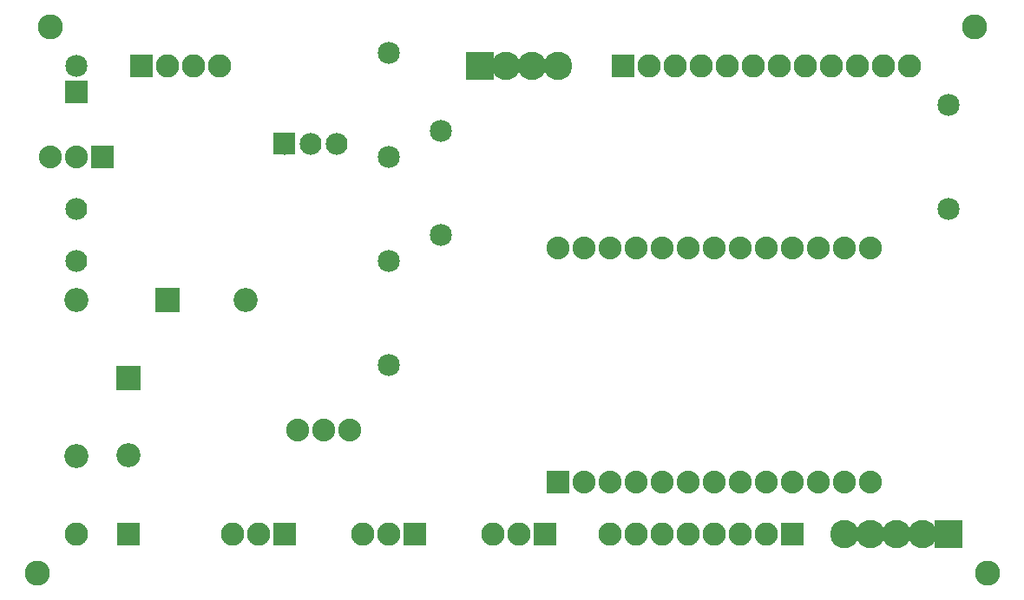
<source format=gts>
G04 MADE WITH FRITZING*
G04 WWW.FRITZING.ORG*
G04 DOUBLE SIDED*
G04 HOLES PLATED*
G04 CONTOUR ON CENTER OF CONTOUR VECTOR*
%ASAXBY*%
%FSLAX23Y23*%
%MOIN*%
%OFA0B0*%
%SFA1.0B1.0*%
%ADD10C,0.085433*%
%ADD11C,0.088000*%
%ADD12C,0.096614*%
%ADD13C,0.085000*%
%ADD14C,0.092000*%
%ADD15C,0.089370*%
%ADD16C,0.109055*%
%ADD17C,0.084000*%
%ADD18R,0.088000X0.088000*%
%ADD19R,0.085000X0.085000*%
%ADD20R,0.092000X0.092000*%
%ADD21R,0.089370X0.089370*%
%ADD22R,0.109055X0.109055*%
%ADD23R,0.001000X0.001000*%
%LNMASK1*%
G90*
G70*
G54D10*
X121Y134D03*
X171Y2234D03*
X3721Y2234D03*
X3771Y134D03*
G54D11*
X371Y1734D03*
X271Y1734D03*
X171Y1734D03*
G54D12*
X3721Y2234D03*
X3771Y134D03*
X171Y2234D03*
X121Y134D03*
G54D11*
X2121Y484D03*
X2121Y1384D03*
X2221Y484D03*
X2221Y1384D03*
X2321Y484D03*
X2321Y1384D03*
X2421Y484D03*
X2421Y1384D03*
X2521Y484D03*
X2521Y1384D03*
X2621Y484D03*
X2621Y1384D03*
X2721Y484D03*
X2721Y1384D03*
X2821Y484D03*
X2821Y1384D03*
X2921Y484D03*
X2921Y1384D03*
X3021Y484D03*
X3021Y1384D03*
X3121Y484D03*
X3121Y1384D03*
X3221Y484D03*
X3221Y1384D03*
X3321Y484D03*
X3321Y1384D03*
G54D13*
X271Y1984D03*
X271Y2084D03*
G54D14*
X471Y884D03*
X471Y586D03*
X271Y584D03*
X271Y1184D03*
X621Y1184D03*
X921Y1184D03*
G54D13*
X1471Y2134D03*
X1471Y1734D03*
X3621Y1934D03*
X3621Y1534D03*
X1671Y1834D03*
X1671Y1434D03*
X1471Y1334D03*
X1471Y934D03*
G54D15*
X3021Y284D03*
X2921Y284D03*
X2821Y284D03*
X2721Y284D03*
X2621Y284D03*
X2521Y284D03*
X2421Y284D03*
X2321Y284D03*
G54D16*
X3621Y284D03*
X3521Y284D03*
X3421Y284D03*
X3321Y284D03*
X3221Y284D03*
G54D15*
X2071Y284D03*
X1971Y284D03*
X1871Y284D03*
X1071Y284D03*
X971Y284D03*
X871Y284D03*
X1571Y284D03*
X1471Y284D03*
X1371Y284D03*
X2371Y2084D03*
X2471Y2084D03*
X2571Y2084D03*
X2671Y2084D03*
X2771Y2084D03*
X2871Y2084D03*
X2971Y2084D03*
X3071Y2084D03*
X3171Y2084D03*
X3271Y2084D03*
X3371Y2084D03*
X3471Y2084D03*
G54D16*
X1821Y2084D03*
X1921Y2084D03*
X2021Y2084D03*
X2121Y2084D03*
G54D15*
X471Y284D03*
X271Y284D03*
G54D17*
X271Y1534D03*
X271Y1334D03*
X271Y1534D03*
X271Y1334D03*
X1071Y1784D03*
X1171Y1784D03*
X1271Y1784D03*
X1071Y1784D03*
X1171Y1784D03*
X1271Y1784D03*
G54D15*
X521Y2084D03*
X621Y2084D03*
X721Y2084D03*
X821Y2084D03*
G54D11*
X1121Y684D03*
X1221Y684D03*
X1321Y684D03*
G54D18*
X371Y1734D03*
X2122Y485D03*
G54D19*
X271Y1984D03*
G54D20*
X471Y885D03*
X621Y1184D03*
G54D21*
X3021Y284D03*
G54D22*
X3621Y284D03*
G54D21*
X2071Y284D03*
X1071Y284D03*
X1571Y284D03*
X2371Y2084D03*
G54D22*
X1821Y2084D03*
G54D21*
X471Y284D03*
X521Y2084D03*
G54D23*
X1029Y1826D02*
X1112Y1826D01*
X1029Y1825D02*
X1112Y1825D01*
X1029Y1824D02*
X1112Y1824D01*
X1029Y1823D02*
X1112Y1823D01*
X1029Y1822D02*
X1112Y1822D01*
X1029Y1821D02*
X1112Y1821D01*
X1029Y1820D02*
X1112Y1820D01*
X1029Y1819D02*
X1112Y1819D01*
X1029Y1818D02*
X1112Y1818D01*
X1029Y1817D02*
X1112Y1817D01*
X1029Y1816D02*
X1112Y1816D01*
X1029Y1815D02*
X1112Y1815D01*
X1029Y1814D02*
X1112Y1814D01*
X1029Y1813D02*
X1112Y1813D01*
X1029Y1812D02*
X1112Y1812D01*
X1029Y1811D02*
X1112Y1811D01*
X1029Y1810D02*
X1112Y1810D01*
X1029Y1809D02*
X1112Y1809D01*
X1029Y1808D02*
X1112Y1808D01*
X1029Y1807D02*
X1112Y1807D01*
X1029Y1806D02*
X1112Y1806D01*
X1029Y1805D02*
X1112Y1805D01*
X1029Y1804D02*
X1112Y1804D01*
X1029Y1803D02*
X1112Y1803D01*
X1029Y1802D02*
X1112Y1802D01*
X1029Y1801D02*
X1112Y1801D01*
X1029Y1800D02*
X1112Y1800D01*
X1029Y1799D02*
X1112Y1799D01*
X1029Y1798D02*
X1065Y1798D01*
X1076Y1798D02*
X1112Y1798D01*
X1029Y1797D02*
X1063Y1797D01*
X1078Y1797D02*
X1112Y1797D01*
X1029Y1796D02*
X1061Y1796D01*
X1080Y1796D02*
X1112Y1796D01*
X1029Y1795D02*
X1060Y1795D01*
X1081Y1795D02*
X1112Y1795D01*
X1029Y1794D02*
X1059Y1794D01*
X1082Y1794D02*
X1112Y1794D01*
X1029Y1793D02*
X1058Y1793D01*
X1083Y1793D02*
X1112Y1793D01*
X1029Y1792D02*
X1058Y1792D01*
X1084Y1792D02*
X1112Y1792D01*
X1029Y1791D02*
X1057Y1791D01*
X1084Y1791D02*
X1112Y1791D01*
X1029Y1790D02*
X1057Y1790D01*
X1085Y1790D02*
X1112Y1790D01*
X1029Y1789D02*
X1056Y1789D01*
X1085Y1789D02*
X1112Y1789D01*
X1029Y1788D02*
X1056Y1788D01*
X1085Y1788D02*
X1112Y1788D01*
X1029Y1787D02*
X1056Y1787D01*
X1086Y1787D02*
X1112Y1787D01*
X1029Y1786D02*
X1056Y1786D01*
X1086Y1786D02*
X1112Y1786D01*
X1029Y1785D02*
X1055Y1785D01*
X1086Y1785D02*
X1112Y1785D01*
X1029Y1784D02*
X1055Y1784D01*
X1086Y1784D02*
X1112Y1784D01*
X1029Y1783D02*
X1055Y1783D01*
X1086Y1783D02*
X1112Y1783D01*
X1029Y1782D02*
X1056Y1782D01*
X1086Y1782D02*
X1112Y1782D01*
X1029Y1781D02*
X1056Y1781D01*
X1085Y1781D02*
X1112Y1781D01*
X1029Y1780D02*
X1056Y1780D01*
X1085Y1780D02*
X1112Y1780D01*
X1029Y1779D02*
X1056Y1779D01*
X1085Y1779D02*
X1112Y1779D01*
X1029Y1778D02*
X1057Y1778D01*
X1084Y1778D02*
X1112Y1778D01*
X1029Y1777D02*
X1057Y1777D01*
X1084Y1777D02*
X1112Y1777D01*
X1029Y1776D02*
X1058Y1776D01*
X1083Y1776D02*
X1112Y1776D01*
X1029Y1775D02*
X1059Y1775D01*
X1082Y1775D02*
X1112Y1775D01*
X1029Y1774D02*
X1060Y1774D01*
X1082Y1774D02*
X1112Y1774D01*
X1029Y1773D02*
X1061Y1773D01*
X1080Y1773D02*
X1112Y1773D01*
X1029Y1772D02*
X1062Y1772D01*
X1079Y1772D02*
X1112Y1772D01*
X1029Y1771D02*
X1064Y1771D01*
X1078Y1771D02*
X1112Y1771D01*
X1029Y1770D02*
X1066Y1770D01*
X1075Y1770D02*
X1112Y1770D01*
X1029Y1769D02*
X1112Y1769D01*
X1029Y1768D02*
X1112Y1768D01*
X1029Y1767D02*
X1112Y1767D01*
X1029Y1766D02*
X1112Y1766D01*
X1029Y1765D02*
X1112Y1765D01*
X1029Y1764D02*
X1112Y1764D01*
X1029Y1763D02*
X1112Y1763D01*
X1029Y1762D02*
X1112Y1762D01*
X1029Y1761D02*
X1112Y1761D01*
X1029Y1760D02*
X1112Y1760D01*
X1029Y1759D02*
X1112Y1759D01*
X1029Y1758D02*
X1112Y1758D01*
X1029Y1757D02*
X1112Y1757D01*
X1029Y1756D02*
X1112Y1756D01*
X1029Y1755D02*
X1112Y1755D01*
X1029Y1754D02*
X1112Y1754D01*
X1029Y1753D02*
X1112Y1753D01*
X1029Y1752D02*
X1112Y1752D01*
X1029Y1751D02*
X1112Y1751D01*
X1029Y1750D02*
X1112Y1750D01*
X1029Y1749D02*
X1112Y1749D01*
X1029Y1748D02*
X1112Y1748D01*
X1029Y1747D02*
X1112Y1747D01*
X1029Y1746D02*
X1112Y1746D01*
X1029Y1745D02*
X1112Y1745D01*
X1029Y1744D02*
X1112Y1744D01*
X1029Y1743D02*
X1112Y1743D01*
D02*
G04 End of Mask1*
M02*
</source>
